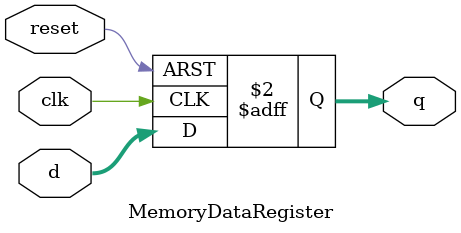
<source format=v>
`timescale 1ns / 1ps
module MemoryDataRegister(
    input clk,
    input reset,
    input [31:0] d,
    output reg [31:0] q
    );

always @(posedge clk or posedge reset)
	if(reset)
		q <= 32'b0;
	else	
		q <= d;

endmodule

</source>
